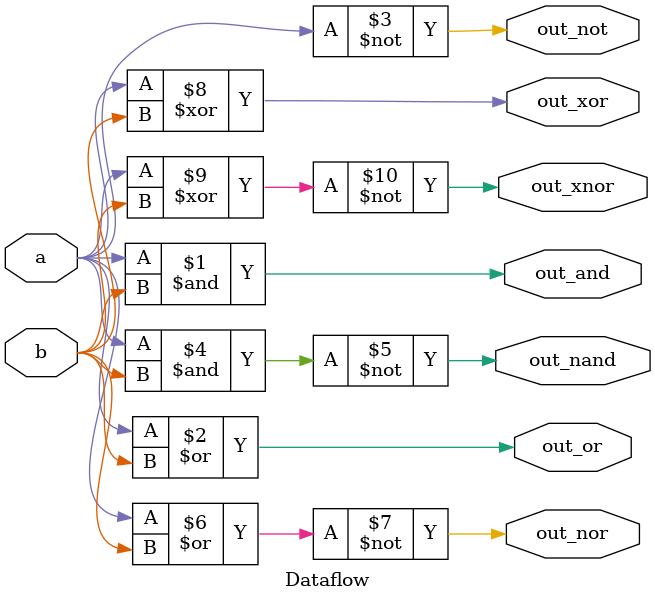
<source format=v>
module Dataflow(
  input a,b,
  output out_and,out_or,out_not,out_nand,out_nor,out_xor,out_xnor
);
  assign out_and=a&b;
  assign out_or=a|b;
  assign out_not=~a;
  assign out_nand=~(a&b);
  assign out_nor=~(a|b);
  assign out_xor=a^b;
  assign out_xnor=~(a^b);
  
endmodule

</source>
